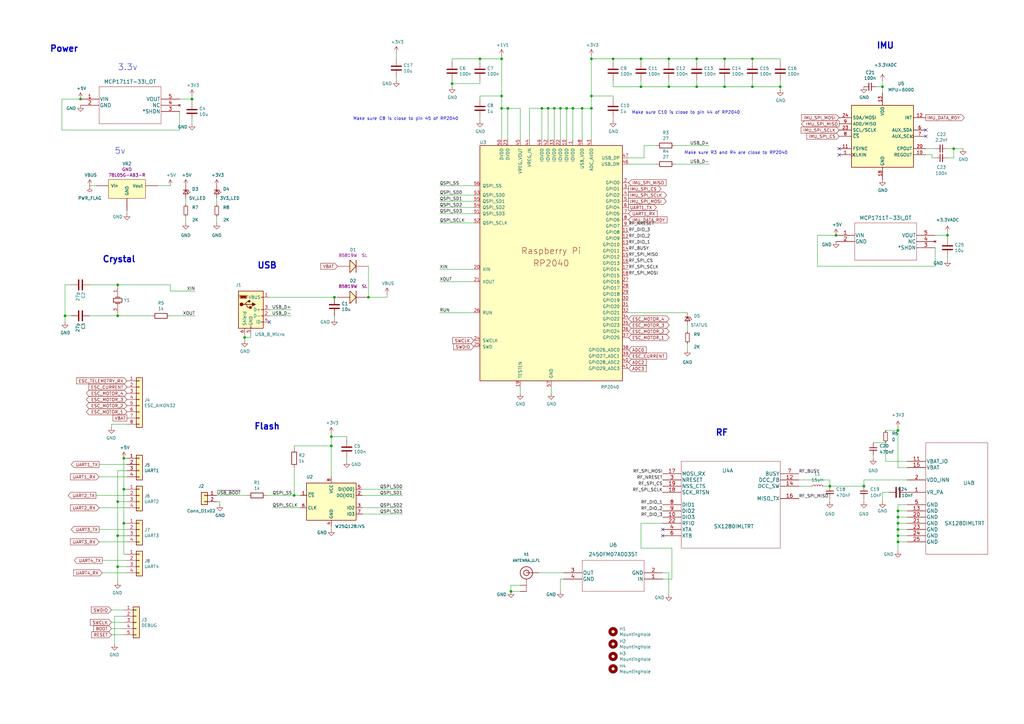
<source format=kicad_sch>
(kicad_sch (version 20211123) (generator eeschema)
  (paper "A3")
  (title_block (title "RP2040 Minimal Design Example") (date "2020-12-18") (rev "REV1") (company "Raspberry Pi (Trading) Ltd"))
  (junction (at 242.57 44.45))
  (junction (at 33.02 40.64))
  (junction (at 262.89 24.13))
  (junction (at 361.95 35.56))
  (junction (at 48.26 129.54))
  (junction (at 297.18 35.56))
  (junction (at 342.9 96.52))
  (junction (at 368.3 212.09))
  (junction (at 48.26 232.41))
  (junction (at 222.25 44.45))
  (junction (at 48.26 116.84))
  (junction (at 227.33 44.45))
  (junction (at 48.26 219.71))
  (junction (at 368.3 176.53))
  (junction (at 242.57 39.37))
  (junction (at 285.75 24.13))
  (junction (at 242.57 24.13))
  (junction (at 205.74 24.13))
  (junction (at 368.3 217.17))
  (junction (at 368.3 219.71))
  (junction (at 232.41 44.45))
  (junction (at 388.62 96.52))
  (junction (at 229.87 44.45))
  (junction (at 26.67 129.54))
  (junction (at 50.8 187.96))
  (junction (at 50.8 200.66))
  (junction (at 224.79 44.45))
  (junction (at 308.61 35.56))
  (junction (at 48.26 205.74))
  (junction (at 274.32 35.56))
  (junction (at 185.42 34.29))
  (junction (at 340.36 199.39))
  (junction (at 368.3 209.55))
  (junction (at 274.32 24.13))
  (junction (at 297.18 24.13))
  (junction (at 50.8 214.63))
  (junction (at 285.75 35.56))
  (junction (at 234.95 44.45))
  (junction (at 354.33 199.39))
  (junction (at 262.89 35.56))
  (junction (at 135.89 179.07))
  (junction (at 120.65 203.2))
  (junction (at 196.85 24.13))
  (junction (at 368.3 222.25))
  (junction (at 100.33 138.43))
  (junction (at 251.46 24.13))
  (junction (at 391.16 60.96))
  (junction (at 151.13 121.92))
  (junction (at 368.3 214.63))
  (junction (at 308.61 24.13))
  (junction (at 238.76 44.45))
  (junction (at 320.04 35.56))
  (junction (at 205.74 44.45))
  (junction (at 78.74 40.64))
  (junction (at 208.28 44.45))
  (junction (at 135.89 182.88))
  (junction (at 205.74 39.37))
  (junction (at 137.16 121.92))
  (junction (at 209.55 242.57))
  (no_connect (at 110.49 132.08))
  (no_connect (at 379.73 53.34))
  (no_connect (at 344.17 63.5))
  (no_connect (at 271.78 217.17))
  (no_connect (at 271.78 219.71))
  (no_connect (at 344.17 60.96))
  (no_connect (at 379.73 55.88))
  (wire (pts (xy 275.59 237.49) (xy 271.78 237.49)))
  (wire (pts (xy 196.85 48.26) (xy 196.85 49.53)))
  (wire (pts (xy 308.61 35.56) (xy 297.18 35.56)))
  (wire (pts (xy 196.85 24.13) (xy 205.74 24.13)))
  (wire (pts (xy 45.72 173.99) (xy 45.72 175.26)))
  (wire (pts (xy 205.74 24.13) (xy 205.74 39.37)))
  (wire (pts (xy 368.3 217.17) (xy 368.3 219.71)))
  (wire (pts (xy 217.17 44.45) (xy 222.25 44.45)))
  (wire (pts (xy 383.54 109.22) (xy 335.28 109.22)))
  (wire (pts (xy 251.46 33.02) (xy 251.46 35.56)))
  (wire (pts (xy 335.28 96.52) (xy 342.9 96.52)))
  (wire (pts (xy 363.22 181.61) (xy 358.14 181.61)))
  (wire (pts (xy 151.13 121.92) (xy 158.75 121.92)))
  (wire (pts (xy 275.59 224.79) (xy 275.59 237.49)))
  (wire (pts (xy 262.89 25.4) (xy 262.89 24.13)))
  (wire (pts (xy 308.61 35.56) (xy 320.04 35.56)))
  (wire (pts (xy 111.76 208.28) (xy 123.19 208.28)))
  (wire (pts (xy 354.33 204.47) (xy 354.33 205.74)))
  (wire (pts (xy 372.11 214.63) (xy 368.3 214.63)))
  (wire (pts (xy 213.36 240.03) (xy 209.55 240.03)))
  (wire (pts (xy 185.42 34.29) (xy 185.42 35.56)))
  (wire (pts (xy 359.41 35.56) (xy 361.95 35.56)))
  (wire (pts (xy 368.3 175.26) (xy 368.3 176.53)))
  (wire (pts (xy 180.34 87.63) (xy 194.31 87.63)))
  (wire (pts (xy 135.89 177.8) (xy 135.89 179.07)))
  (wire (pts (xy 257.81 64.77) (xy 264.16 64.77)))
  (wire (pts (xy 340.36 196.85) (xy 340.36 199.39)))
  (wire (pts (xy 78.74 39.37) (xy 78.74 40.64)))
  (wire (pts (xy 101.6 203.2) (xy 88.9 203.2)))
  (wire (pts (xy 36.83 129.54) (xy 48.26 129.54)))
  (wire (pts (xy 297.18 33.02) (xy 297.18 35.56)))
  (wire (pts (xy 276.86 59.69) (xy 290.83 59.69)))
  (wire (pts (xy 372.11 212.09) (xy 368.3 212.09)))
  (wire (pts (xy 232.41 57.15) (xy 232.41 44.45)))
  (wire (pts (xy 73.66 53.34) (xy 25.4 53.34)))
  (wire (pts (xy 251.46 48.26) (xy 251.46 49.53)))
  (wire (pts (xy 320.04 25.4) (xy 320.04 24.13)))
  (wire (pts (xy 379.73 63.5) (xy 382.27 63.5)))
  (wire (pts (xy 234.95 44.45) (xy 234.95 57.15)))
  (wire (pts (xy 383.54 101.6) (xy 383.54 109.22)))
  (wire (pts (xy 227.33 44.45) (xy 229.87 44.45)))
  (wire (pts (xy 102.87 138.43) (xy 100.33 138.43)))
  (wire (pts (xy 327.66 199.39) (xy 332.74 199.39)))
  (wire (pts (xy 388.62 60.96) (xy 391.16 60.96)))
  (wire (pts (xy 231.14 237.49) (xy 229.87 237.49)))
  (wire (pts (xy 185.42 34.29) (xy 196.85 34.29)))
  (wire (pts (xy 137.16 129.54) (xy 137.16 130.81)))
  (wire (pts (xy 50.8 260.35) (xy 45.72 260.35)))
  (wire (pts (xy 276.86 67.31) (xy 290.83 67.31)))
  (wire (pts (xy 340.36 199.39) (xy 354.33 199.39)))
  (wire (pts (xy 40.64 217.17) (xy 52.07 217.17)))
  (wire (pts (xy 251.46 25.4) (xy 251.46 24.13)))
  (wire (pts (xy 361.95 38.1) (xy 361.95 35.56)))
  (wire (pts (xy 26.67 129.54) (xy 26.67 132.08)))
  (wire (pts (xy 274.32 25.4) (xy 274.32 24.13)))
  (wire (pts (xy 354.33 196.85) (xy 372.11 196.85)))
  (wire (pts (xy 372.11 209.55) (xy 368.3 209.55)))
  (wire (pts (xy 196.85 40.64) (xy 196.85 39.37)))
  (wire (pts (xy 297.18 35.56) (xy 285.75 35.56)))
  (wire (pts (xy 388.62 64.77) (xy 391.16 64.77)))
  (wire (pts (xy 52.07 227.33) (xy 50.8 227.33)))
  (wire (pts (xy 52.07 193.04) (xy 48.26 193.04)))
  (wire (pts (xy 50.8 250.19) (xy 45.72 250.19)))
  (wire (pts (xy 135.89 215.9) (xy 135.89 217.17)))
  (wire (pts (xy 368.3 176.53) (xy 368.3 191.77)))
  (wire (pts (xy 224.79 44.45) (xy 227.33 44.45)))
  (wire (pts (xy 361.95 35.56) (xy 361.95 33.02)))
  (wire (pts (xy 242.57 22.86) (xy 242.57 24.13)))
  (wire (pts (xy 372.11 219.71) (xy 368.3 219.71)))
  (wire (pts (xy 368.3 207.01) (xy 368.3 209.55)))
  (wire (pts (xy 264.16 59.69) (xy 264.16 64.77)))
  (wire (pts (xy 25.4 40.64) (xy 33.02 40.64)))
  (wire (pts (xy 368.3 209.55) (xy 368.3 212.09)))
  (wire (pts (xy 142.24 179.07) (xy 135.89 179.07)))
  (wire (pts (xy 217.17 57.15) (xy 217.17 44.45)))
  (wire (pts (xy 285.75 35.56) (xy 274.32 35.56)))
  (wire (pts (xy 213.36 57.15) (xy 213.36 44.45)))
  (wire (pts (xy 148.59 203.2) (xy 165.1 203.2)))
  (wire (pts (xy 229.87 57.15) (xy 229.87 44.45)))
  (wire (pts (xy 368.3 219.71) (xy 368.3 222.25)))
  (wire (pts (xy 88.9 88.9) (xy 88.9 91.44)))
  (wire (pts (xy 78.74 49.53) (xy 78.74 50.8)))
  (wire (pts (xy 90.17 205.74) (xy 90.17 207.01)))
  (wire (pts (xy 242.57 44.45) (xy 242.57 57.15)))
  (wire (pts (xy 335.28 109.22) (xy 335.28 96.52)))
  (wire (pts (xy 238.76 57.15) (xy 238.76 44.45)))
  (wire (pts (xy 162.56 31.75) (xy 162.56 33.02)))
  (wire (pts (xy 242.57 39.37) (xy 251.46 39.37)))
  (wire (pts (xy 213.36 158.75) (xy 213.36 161.29)))
  (wire (pts (xy 372.11 222.25) (xy 368.3 222.25)))
  (wire (pts (xy 40.64 190.5) (xy 52.07 190.5)))
  (wire (pts (xy 52.07 200.66) (xy 50.8 200.66)))
  (wire (pts (xy 361.95 201.93) (xy 364.49 201.93)))
  (wire (pts (xy 194.31 128.27) (xy 180.34 128.27)))
  (wire (pts (xy 271.78 234.95) (xy 274.32 234.95)))
  (wire (pts (xy 52.07 214.63) (xy 50.8 214.63)))
  (wire (pts (xy 205.74 22.86) (xy 205.74 24.13)))
  (wire (pts (xy 388.62 96.52) (xy 388.62 97.79)))
  (wire (pts (xy 340.36 204.47) (xy 340.36 205.74)))
  (wire (pts (xy 205.74 39.37) (xy 205.74 44.45)))
  (wire (pts (xy 50.8 200.66) (xy 50.8 187.96)))
  (wire (pts (xy 340.36 199.39) (xy 337.82 199.39)))
  (wire (pts (xy 194.31 115.57) (xy 180.34 115.57)))
  (wire (pts (xy 262.89 214.63) (xy 271.78 214.63)))
  (wire (pts (xy 238.76 44.45) (xy 242.57 44.45)))
  (wire (pts (xy 262.89 224.79) (xy 262.89 214.63)))
  (wire (pts (xy 69.85 116.84) (xy 69.85 119.38)))
  (wire (pts (xy 40.64 222.25) (xy 52.07 222.25)))
  (wire (pts (xy 368.3 212.09) (xy 368.3 214.63)))
  (wire (pts (xy 274.32 33.02) (xy 274.32 35.56)))
  (wire (pts (xy 224.79 57.15) (xy 224.79 44.45)))
  (wire (pts (xy 76.2 81.28) (xy 76.2 83.82)))
  (wire (pts (xy 275.59 224.79) (xy 262.89 224.79)))
  (wire (pts (xy 45.72 255.27) (xy 50.8 255.27)))
  (wire (pts (xy 320.04 33.02) (xy 320.04 35.56)))
  (wire (pts (xy 262.89 33.02) (xy 262.89 35.56)))
  (wire (pts (xy 100.33 138.43) (xy 100.33 139.7)))
  (wire (pts (xy 110.49 121.92) (xy 137.16 121.92)))
  (wire (pts (xy 368.3 222.25) (xy 368.3 226.06)))
  (wire (pts (xy 52.07 232.41) (xy 48.26 232.41)))
  (wire (pts (xy 185.42 25.4) (xy 185.42 24.13)))
  (wire (pts (xy 372.11 207.01) (xy 368.3 207.01)))
  (wire (pts (xy 110.49 127) (xy 119.38 127)))
  (wire (pts (xy 383.54 96.52) (xy 388.62 96.52)))
  (wire (pts (xy 41.91 234.95) (xy 52.07 234.95)))
  (wire (pts (xy 52.07 205.74) (xy 48.26 205.74)))
  (wire (pts (xy 52.07 208.28) (xy 40.64 208.28)))
  (wire (pts (xy 194.31 76.2) (xy 180.34 76.2)))
  (wire (pts (xy 222.25 57.15) (xy 222.25 44.45)))
  (wire (pts (xy 358.14 186.69) (xy 358.14 187.96)))
  (wire (pts (xy 151.13 121.92) (xy 151.13 109.22)))
  (wire (pts (xy 354.33 196.85) (xy 354.33 199.39)))
  (wire (pts (xy 29.21 116.84) (xy 26.67 116.84)))
  (wire (pts (xy 138.43 121.92) (xy 137.16 121.92)))
  (wire (pts (xy 45.72 257.81) (xy 50.8 257.81)))
  (wire (pts (xy 229.87 237.49) (xy 229.87 242.57)))
  (wire (pts (xy 48.26 232.41) (xy 48.26 238.76)))
  (wire (pts (xy 372.11 217.17) (xy 368.3 217.17)))
  (wire (pts (xy 382.27 64.77) (xy 383.54 64.77)))
  (wire (pts (xy 257.81 128.27) (xy 281.94 128.27)))
  (wire (pts (xy 308.61 24.13) (xy 320.04 24.13)))
  (wire (pts (xy 100.33 137.16) (xy 100.33 138.43)))
  (wire (pts (xy 73.66 40.64) (xy 78.74 40.64)))
  (wire (pts (xy 205.74 44.45) (xy 205.74 57.15)))
  (wire (pts (xy 257.81 67.31) (xy 269.24 67.31)))
  (wire (pts (xy 264.16 59.69) (xy 269.24 59.69)))
  (wire (pts (xy 391.16 60.96) (xy 394.97 60.96)))
  (wire (pts (xy 185.42 24.13) (xy 196.85 24.13)))
  (wire (pts (xy 120.65 184.15) (xy 120.65 182.88)))
  (wire (pts (xy 285.75 33.02) (xy 285.75 35.56)))
  (wire (pts (xy 135.89 182.88) (xy 135.89 195.58)))
  (wire (pts (xy 379.73 60.96) (xy 383.54 60.96)))
  (wire (pts (xy 148.59 200.66) (xy 165.1 200.66)))
  (wire (pts (xy 162.56 21.59) (xy 162.56 24.13)))
  (wire (pts (xy 25.4 53.34) (xy 25.4 40.64)))
  (wire (pts (xy 242.57 24.13) (xy 242.57 39.37)))
  (wire (pts (xy 368.3 214.63) (xy 368.3 217.17)))
  (wire (pts (xy 52.07 187.96) (xy 50.8 187.96)))
  (wire (pts (xy 120.65 191.77) (xy 120.65 203.2)))
  (wire (pts (xy 109.22 203.2) (xy 120.65 203.2)))
  (wire (pts (xy 120.65 203.2) (xy 123.19 203.2)))
  (wire (pts (xy 180.34 82.55) (xy 194.31 82.55)))
  (wire (pts (xy 185.42 33.02) (xy 185.42 34.29)))
  (wire (pts (xy 213.36 44.45) (xy 208.28 44.45)))
  (wire (pts (xy 220.98 234.95) (xy 231.14 234.95)))
  (wire (pts (xy 36.83 116.84) (xy 48.26 116.84)))
  (wire (pts (xy 142.24 187.96) (xy 142.24 189.23)))
  (wire (pts (xy 52.07 173.99) (xy 45.72 173.99)))
  (wire (pts (xy 232.41 44.45) (xy 234.95 44.45)))
  (wire (pts (xy 222.25 44.45) (xy 224.79 44.45)))
  (wire (pts (xy 50.8 227.33) (xy 50.8 214.63)))
  (wire (pts (xy 102.87 137.16) (xy 102.87 138.43)))
  (wire (pts (xy 48.26 129.54) (xy 62.23 129.54)))
  (wire (pts (xy 361.95 201.93) (xy 361.95 205.74)))
  (wire (pts (xy 46.99 252.73) (xy 46.99 264.16)))
  (wire (pts (xy 297.18 24.13) (xy 308.61 24.13)))
  (wire (pts (xy 48.26 219.71) (xy 48.26 232.41)))
  (wire (pts (xy 69.85 119.38) (xy 80.01 119.38)))
  (wire (pts (xy 388.62 95.25) (xy 388.62 96.52)))
  (wire (pts (xy 110.49 129.54) (xy 119.38 129.54)))
  (wire (pts (xy 39.37 203.2) (xy 52.07 203.2)))
  (wire (pts (xy 363.22 176.53) (xy 368.3 176.53)))
  (wire (pts (xy 52.07 86.36) (xy 52.07 87.63)))
  (wire (pts (xy 208.28 57.15) (xy 208.28 44.45)))
  (wire (pts (xy 76.2 88.9) (xy 76.2 91.44)))
  (wire (pts (xy 388.62 105.41) (xy 388.62 106.68)))
  (wire (pts (xy 64.77 76.2) (xy 69.85 76.2)))
  (wire (pts (xy 281.94 140.97) (xy 281.94 143.51)))
  (wire (pts (xy 48.26 193.04) (xy 48.26 205.74)))
  (wire (pts (xy 285.75 24.13) (xy 297.18 24.13)))
  (wire (pts (xy 391.16 64.77) (xy 391.16 60.96)))
  (wire (pts (xy 158.75 120.65) (xy 158.75 121.92)))
  (wire (pts (xy 363.22 189.23) (xy 372.11 189.23)))
  (wire (pts (xy 180.34 80.01) (xy 194.31 80.01)))
  (wire (pts (xy 227.33 57.15) (xy 227.33 44.45)))
  (wire (pts (xy 196.85 39.37) (xy 205.74 39.37)))
  (wire (pts (xy 242.57 39.37) (xy 242.57 44.45)))
  (wire (pts (xy 88.9 81.28) (xy 88.9 83.82)))
  (wire (pts (xy 29.21 129.54) (xy 26.67 129.54)))
  (wire (pts (xy 251.46 24.13) (xy 262.89 24.13)))
  (wire (pts (xy 180.34 110.49) (xy 194.31 110.49)))
  (wire (pts (xy 50.8 252.73) (xy 46.99 252.73)))
  (wire (pts (xy 372.11 191.77) (xy 368.3 191.77)))
  (wire (pts (xy 148.59 208.28) (xy 165.1 208.28)))
  (wire (pts (xy 52.07 195.58) (xy 40.64 195.58)))
  (wire (pts (xy 196.85 25.4) (xy 196.85 24.13)))
  (wire (pts (xy 229.87 44.45) (xy 232.41 44.45)))
  (wire (pts (xy 382.27 63.5) (xy 382.27 64.77)))
  (wire (pts (xy 320.04 35.56) (xy 320.04 36.83)))
  (wire (pts (xy 148.59 210.82) (xy 165.1 210.82)))
  (wire (pts (xy 48.26 116.84) (xy 69.85 116.84)))
  (wire (pts (xy 274.32 35.56) (xy 262.89 35.56)))
  (wire (pts (xy 274.32 234.95) (xy 274.32 243.84)))
  (wire (pts (xy 262.89 24.13) (xy 274.32 24.13)))
  (wire (pts (xy 327.66 196.85) (xy 340.36 196.85)))
  (wire (pts (xy 48.26 205.74) (xy 48.26 219.71)))
  (wire (pts (xy 297.18 25.4) (xy 297.18 24.13)))
  (wire (pts (xy 209.55 242.57) (xy 213.36 242.57)))
  (wire (pts (xy 274.32 24.13) (xy 285.75 24.13)))
  (wire (pts (xy 234.95 44.45) (xy 238.76 44.45)))
  (wire (pts (xy 180.34 85.09) (xy 194.31 85.09)))
  (wire (pts (xy 251.46 40.64) (xy 251.46 39.37)))
  (wire (pts (xy 363.22 189.23) (xy 363.22 181.61)))
  (wire (pts (xy 194.31 91.44) (xy 180.34 91.44)))
  (wire (pts (xy 36.83 76.2) (xy 39.37 76.2)))
  (wire (pts (xy 52.07 219.71) (xy 48.26 219.71)))
  (wire (pts (xy 142.24 180.34) (xy 142.24 179.07)))
  (wire (pts (xy 262.89 35.56) (xy 251.46 35.56)))
  (wire (pts (xy 26.67 116.84) (xy 26.67 129.54)))
  (wire (pts (xy 88.9 205.74) (xy 90.17 205.74)))
  (wire (pts (xy 209.55 240.03) (xy 209.55 242.57)))
  (wire (pts (xy 208.28 44.45) (xy 205.74 44.45)))
  (wire (pts (xy 41.91 229.87) (xy 52.07 229.87)))
  (wire (pts (xy 242.57 24.13) (xy 251.46 24.13)))
  (wire (pts (xy 281.94 133.35) (xy 281.94 135.89)))
  (wire (pts (xy 285.75 25.4) (xy 285.75 24.13)))
  (wire (pts (xy 50.8 214.63) (xy 50.8 200.66)))
  (wire (pts (xy 73.66 45.72) (xy 73.66 53.34)))
  (wire (pts (xy 135.89 179.07) (xy 135.89 182.88)))
  (wire (pts (xy 78.74 40.64) (xy 78.74 41.91)))
  (wire (pts (xy 308.61 33.02) (xy 308.61 35.56)))
  (wire (pts (xy 196.85 34.29) (xy 196.85 33.02)))
  (wire (pts (xy 69.85 129.54) (xy 80.01 129.54)))
  (wire (pts (xy 120.65 182.88) (xy 135.89 182.88)))
  (wire (pts (xy 226.06 158.75) (xy 226.06 161.29)))
  (wire (pts (xy 308.61 25.4) (xy 308.61 24.13)))
  (text "Power" (at 20.32 21.59 0) (effects (font (size 2.54 2.54) (thickness 0.508) bold) (justify left bottom)))
  (text "RF" (at 293.37 179.07 0) (effects (font (size 2.54 2.54) (thickness 0.508) bold) (justify left bottom)))
  (text "Crystal" (at 41.91 107.95 0) (effects (font (size 2.54 2.54) (thickness 0.508) bold) (justify left bottom)))
  (text "Flash" (at 104.14 176.53 0) (effects (font (size 2.54 2.54) (thickness 0.508) bold) (justify left bottom)))
  (text "IMU" (at 359.41 20.32 0) (effects (font (size 2.54 2.54) (thickness 0.508) bold) (justify left bottom)))
  (text "Make sure C8 is close to pin 45 of RP2040" (at 144.78 49.53 0) (effects (font (size 1.27 1.27)) (justify left bottom)))
  (text "USB" (at 105.41 110.49 0) (effects (font (size 2.54 2.54) (thickness 0.508) bold) (justify left bottom)))
  (text "Make sure C10 is close to pin 44 of RP2040" (at 259.08 46.99 0) (effects (font (size 1.27 1.27)) (justify left bottom)))
  (text "3.3v" (at 48.26 29.21 0) (effects (font (size 2.54 2.54)) (justify left bottom)))
  (text "Make sure R3 and R4 are close to RP2040" (at 280.67 63.5 0) (effects (font (size 1.27 1.27)) (justify left bottom)))
  (text "5v" (at 46.99 63.5 0) (effects (font (size 2.54 2.54)) (justify left bottom)))
  (label "RF_SPI_CS" (at 257.81 107.95 0))
  (label "QSPI_SD1" (at 180.34 82.55 0))
  (label "QSPI_SCLK" (at 180.34 91.44 0))
  (label "RF_NRESET" (at 257.81 92.71 0))
  (label "QSPI_SD2" (at 165.1 208.28 180))
  (label "RF_DIO_1" (at 271.78 207.01 180))
  (label "QSPI_SD2" (at 180.34 85.09 0))
  (label "QSPI_SS" (at 180.34 76.2 0))
  (label "USB_D+" (at 290.83 59.69 180))
  (label "RF_SPI_MOSI" (at 257.81 113.03 0))
  (label "RF_DIO_1" (at 257.81 100.33 0))
  (label "QSPI_SD1" (at 165.1 203.2 180))
  (label "XOUT" (at 80.01 129.54 180))
  (label "RF_SPI_CS" (at 271.78 199.39 180))
  (label "RF_BUSY" (at 327.66 194.31 0))
  (label "XIN" (at 80.01 119.38 180))
  (label "RF_DIO_3" (at 257.81 95.25 0))
  (label "RF_SPI_MOSI" (at 271.78 194.31 180))
  (label "USB_D+" (at 119.38 127 180))
  (label "RF_NRESET" (at 271.78 196.85 180))
  (label "QSPI_SD0" (at 165.1 200.66 180))
  (label "RF_SPI_MISO" (at 327.66 204.47 0))
  (label "RF_DIO_2" (at 271.78 209.55 180))
  (label "QSPI_SD3" (at 165.1 210.82 180))
  (label "RF_DIO_2" (at 257.81 97.79 0))
  (label "QSPI_SCLK" (at 111.76 208.28 0))
  (label "QSPI_SD0" (at 180.34 80.01 0))
  (label "USB_D-" (at 119.38 129.54 180))
  (label "RF_BUSY" (at 257.81 102.87 0))
  (label "QSPI_SS" (at 111.76 203.2 0))
  (label "USB_D-" (at 290.83 67.31 180))
  (label "~{USB_BOOT}" (at 88.9 203.2 0))
  (label "XIN" (at 180.34 110.49 0))
  (label "QSPI_SD3" (at 180.34 87.63 0))
  (label "XOUT" (at 180.34 115.57 0))
  (label "RF_DIO_3" (at 271.78 212.09 180))
  (label "RF_SPI_SCLK" (at 271.78 201.93 180))
  (label "RF_SPI_SCLK" (at 257.81 110.49 0))
  (label "RUN" (at 180.34 128.27 0))
  (label "RF_SPI_MISO" (at 257.81 105.41 0))
  (global_label "ESC_MOTOR_3" (shape bidirectional) (at 257.81 133.35 0) (property "Intersheet References" "${INTERSHEET_REFS}" (effects hide)))
  (global_label "IMU_SPI_MISO" (shape output) (at 344.17 50.8 180) (property "Intersheet References" "${INTERSHEET_REFS}" (effects hide)))
  (global_label "IMU_SPI_MISO" (shape input) (at 257.81 74.93 0) (property "Intersheet References" "${INTERSHEET_REFS}" (effects hide)))
  (global_label "UART2_RX" (shape input) (at 40.64 208.28 180) (property "Intersheet References" "${INTERSHEET_REFS}" (effects hide)))
  (global_label "IMU_DATA_RDY" (shape output) (at 379.73 48.26 0) (property "Intersheet References" "${INTERSHEET_REFS}" (effects hide)))
  (global_label "ADC3" (shape input) (at 257.81 151.13 0) (property "Intersheet References" "${INTERSHEET_REFS}" (effects hide)))
  (global_label "UART1_TX" (shape output) (at 40.64 190.5 180) (property "Intersheet References" "${INTERSHEET_REFS}" (effects hide)))
  (global_label "IMU_SPI_CS" (shape output) (at 257.81 77.47 0) (property "Intersheet References" "${INTERSHEET_REFS}" (effects hide)))
  (global_label "ADC0" (shape input) (at 257.81 143.51 0) (property "Intersheet References" "${INTERSHEET_REFS}" (effects hide)))
  (global_label "UART1_TX" (shape output) (at 257.81 85.09 0) (property "Intersheet References" "${INTERSHEET_REFS}" (effects hide)))
  (global_label "ESC_MOTOR_2" (shape bidirectional) (at 257.81 135.89 0) (property "Intersheet References" "${INTERSHEET_REFS}" (effects hide)))
  (global_label "ADC2" (shape input) (at 257.81 148.59 0) (property "Intersheet References" "${INTERSHEET_REFS}" (effects hide)))
  (global_label "SWCLK" (shape input) (at 45.72 255.27 180) (property "Intersheet References" "${INTERSHEET_REFS}" (effects hide)))
  (global_label "VBAT" (shape passive) (at 52.07 171.45 180) (property "Intersheet References" "${INTERSHEET_REFS}" (effects hide)))
  (global_label "ESC_MOTOR_4" (shape bidirectional) (at 52.07 161.29 180) (property "Intersheet References" "${INTERSHEET_REFS}" (effects hide)))
  (global_label "ESC_MOTOR_1" (shape bidirectional) (at 257.81 138.43 0) (property "Intersheet References" "${INTERSHEET_REFS}" (effects hide)))
  (global_label "IMU_SPI_MOSI" (shape input) (at 344.17 48.26 180) (property "Intersheet References" "${INTERSHEET_REFS}" (effects hide)))
  (global_label "IMU_SPI_SCLK" (shape input) (at 344.17 53.34 180) (property "Intersheet References" "${INTERSHEET_REFS}" (effects hide)))
  (global_label "ESC_MOTOR_3" (shape bidirectional) (at 52.07 163.83 180) (property "Intersheet References" "${INTERSHEET_REFS}" (effects hide)))
  (global_label "UART1_RX" (shape input) (at 40.64 195.58 180) (property "Intersheet References" "${INTERSHEET_REFS}" (effects hide)))
  (global_label "IMU_DATA_RDY" (shape input) (at 257.81 90.17 0) (property "Intersheet References" "${INTERSHEET_REFS}" (effects hide)))
  (global_label "UART2_TX" (shape output) (at 39.37 203.2 180) (property "Intersheet References" "${INTERSHEET_REFS}" (effects hide)))
  (global_label "BOOT" (shape input) (at 45.72 257.81 180) (property "Intersheet References" "${INTERSHEET_REFS}" (effects hide)))
  (global_label "ESC_MOTOR_4" (shape bidirectional) (at 257.81 130.81 0) (property "Intersheet References" "${INTERSHEET_REFS}" (effects hide)))
  (global_label "SWDIO" (shape input) (at 45.72 250.19 180) (property "Intersheet References" "${INTERSHEET_REFS}" (effects hide)))
  (global_label "RESET" (shape input) (at 45.72 260.35 180) (property "Intersheet References" "${INTERSHEET_REFS}" (effects hide)))
  (global_label "ESC_MOTOR_2" (shape bidirectional) (at 52.07 166.37 180) (property "Intersheet References" "${INTERSHEET_REFS}" (effects hide)))
  (global_label "UART4_TX" (shape output) (at 41.91 229.87 180) (property "Intersheet References" "${INTERSHEET_REFS}" (effects hide)))
  (global_label "UART3_RX" (shape input) (at 40.64 222.25 180) (property "Intersheet References" "${INTERSHEET_REFS}" (effects hide)))
  (global_label "SWCLK" (shape input) (at 194.31 139.7 180) (property "Intersheet References" "${INTERSHEET_REFS}" (effects hide)))
  (global_label "IMU_SPI_CS" (shape input) (at 344.17 55.88 180) (property "Intersheet References" "${INTERSHEET_REFS}" (effects hide)))
  (global_label "UART4_RX" (shape input) (at 41.91 234.95 180) (property "Intersheet References" "${INTERSHEET_REFS}" (effects hide)))
  (global_label "ESC_CURRENT" (shape input) (at 257.81 146.05 0) (property "Intersheet References" "${INTERSHEET_REFS}" (effects hide)))
  (global_label "ESC_MOTOR_1" (shape bidirectional) (at 52.07 168.91 180) (property "Intersheet References" "${INTERSHEET_REFS}" (effects hide)))
  (global_label "ESC_TELEMETRY_RX" (shape input) (at 52.07 156.21 180) (property "Intersheet References" "${INTERSHEET_REFS}" (effects hide)))
  (global_label "VBAT" (shape input) (at 138.43 109.22 180) (property "Intersheet References" "${INTERSHEET_REFS}" (effects hide)))
  (global_label "UART1_RX" (shape input) (at 257.81 87.63 0) (property "Intersheet References" "${INTERSHEET_REFS}" (effects hide)))
  (global_label "ESC_CURRENT" (shape input) (at 52.07 158.75 180) (property "Intersheet References" "${INTERSHEET_REFS}" (effects hide)))
  (global_label "IMU_SPI_SCLK" (shape output) (at 257.81 80.01 0) (property "Intersheet References" "${INTERSHEET_REFS}" (effects hide)))
  (global_label "IMU_SPI_MOSI" (shape output) (at 257.81 82.55 0) (property "Intersheet References" "${INTERSHEET_REFS}" (effects hide)))
  (global_label "SWDIO" (shape input) (at 194.31 142.24 180) (property "Intersheet References" "${INTERSHEET_REFS}" (effects hide)))
  (global_label "UART3_TX" (shape output) (at 40.64 217.17 180) (property "Intersheet References" "${INTERSHEET_REFS}" (effects hide)))
  (symbol (lib_id "pico_flight_20x20-rescue:RP2040-MCU_RaspberryPi_RP2040") (at 226.06 107.95 0) (unit 1)
    (property "Reference" "U3" (at 198.12 58.42 0))
    (property "Value" "RP2040" (at 250.19 158.75 0))
    (property "Footprint" "01-pico-footprints:RP2040-QFN-56" (effects hide))
  )
  (symbol (lib_name "C_3") (lib_id "Device:C") (at 33.02 116.84 270) (unit 1)
    (property "Reference" "C2" (at 34.1884 119.761 0) (effects (justify left)))
    (property "Value" "27p" (at 31.877 119.761 0) (effects (justify left)))
    (property "Footprint" "Capacitor_SMD:C_0402_1005Metric" (effects hide))
  )
  (symbol (lib_name "C_2") (lib_id "Device:C") (at 33.02 129.54 270) (unit 1)
    (property "Reference" "C3" (at 34.1884 132.461 0) (effects (justify left)))
    (property "Value" "27p" (at 31.877 132.461 0) (effects (justify left)))
    (property "Footprint" "Capacitor_SMD:C_0402_1005Metric" (effects hide))
  )
  (symbol (lib_name "GND_4") (lib_id "power:GND") (at 26.67 132.08 0) (unit 1)
    (property "Reference" "#PWR06" (effects hide))
    (property "Value" "GND" (at 26.797 136.4742 0))
  )
  (symbol (lib_id "Memory_Flash:W25Q128JVS") (at 135.89 205.74 0) (unit 1)
    (property "Reference" "U2" (at 127 195.58 0))
    (property "Value" "W25Q128JVS" (at 143.51 215.9 0))
    (property "Footprint" "Package_SO:SOIC-8_5.23x5.23mm_P1.27mm" (effects hide))
    (property "Datasheet" "http://www.winbond.com/resource-files/w25q128jv_dtr%20revc%2003272018%20plus.pdf" (effects hide))
  )
  (symbol (lib_id "power:+3V3") (at 135.89 177.8 0) (unit 1)
    (property "Reference" "#PWR07" (effects hide))
    (property "Value" "+3V3" (at 136.271 173.4058 0))
  )
  (symbol (lib_name "GND_31") (lib_id "power:GND") (at 135.89 217.17 0) (unit 1)
    (property "Reference" "#PWR08" (effects hide))
    (property "Value" "GND" (at 132.08 218.44 0))
  )
  (symbol (lib_id "Device:R") (at 120.65 187.96 0) (unit 1)
    (property "Reference" "R2" (at 122.428 186.7916 0) (effects (justify left)))
    (property "Value" "1k" (at 122.428 189.103 0) (effects (justify left)))
    (property "Footprint" "Resistor_SMD:R_0402_1005Metric" (effects hide))
  )
  (symbol (lib_name "R_4") (lib_id "Device:R") (at 105.41 203.2 270) (unit 1)
    (property "Reference" "R1" (at 105.41 197.9422 90))
    (property "Value" "1k" (at 105.41 200.2536 90))
    (property "Footprint" "Resistor_SMD:R_0402_1005Metric" (effects hide))
  )
  (symbol (lib_id "Device:C") (at 142.24 184.15 0) (unit 1)
    (property "Reference" "C5" (at 145.161 182.9816 0) (effects (justify left)))
    (property "Value" "100n" (at 145.161 185.293 0) (effects (justify left)))
    (property "Footprint" "Capacitor_SMD:C_0402_1005Metric" (effects hide))
  )
  (symbol (lib_name "GND_32") (lib_id "power:GND") (at 142.24 189.23 0) (unit 1)
    (property "Reference" "#PWR011" (effects hide))
    (property "Value" "GND" (at 146.05 190.5 0))
  )
  (symbol (lib_id "pico_flight_20x20-rescue:USB_B_Micro-Connector-RP2040_minimal-rescue") (at 102.87 127 0) (unit 1)
    (property "Reference" "J1" (at 99.06 116.84 0) (effects (justify right)))
    (property "Value" "USB_B_Micro" (at 116.84 137.16 0) (effects (justify right)))
    (property "Footprint" "pico-flight:USB_Micro-B_Amphenol_10103594-0001LF_Horizontal_modified" (effects hide))
  )
  (symbol (lib_name "GND_15") (lib_id "power:GND") (at 226.06 161.29 0) (unit 1)
    (property "Reference" "#PWR016" (effects hide))
    (property "Value" "GND" (at 226.187 165.6842 0))
  )
  (symbol (lib_name "GND_16") (lib_id "power:GND") (at 213.36 161.29 0) (unit 1)
    (property "Reference" "#PWR015" (effects hide))
    (property "Value" "GND" (at 213.487 165.6842 0))
  )
  (symbol (lib_name "R_2") (lib_id "Device:R") (at 273.05 59.69 270) (unit 1)
    (property "Reference" "R3" (at 273.05 54.4322 90))
    (property "Value" "27" (at 273.05 56.7436 90))
    (property "Footprint" "Resistor_SMD:R_0402_1005Metric" (effects hide))
  )
  (symbol (lib_name "R_3") (lib_id "Device:R") (at 273.05 67.31 270) (unit 1)
    (property "Reference" "R4" (at 273.05 62.0522 90))
    (property "Value" "27" (at 273.05 64.3636 90))
    (property "Footprint" "Resistor_SMD:R_0402_1005Metric" (effects hide))
  )
  (symbol (lib_name "GND_30") (lib_id "power:GND") (at 100.33 139.7 0) (unit 1)
    (property "Reference" "#PWR01" (effects hide))
    (property "Value" "GND" (at 100.457 144.0942 0))
  )
  (symbol (lib_name "+3V3_5") (lib_id "power:+3V3") (at 242.57 22.86 0) (unit 1)
    (property "Reference" "#PWR017" (effects hide))
    (property "Value" "+3V3" (at 242.951 18.4658 0))
  )
  (symbol (lib_id "power:+1V1") (at 205.74 22.86 0) (unit 1)
    (property "Reference" "#PWR014" (effects hide))
    (property "Value" "+1V1" (at 206.121 18.4658 0))
  )
  (symbol (lib_name "C_14") (lib_id "Device:C") (at 251.46 29.21 0) (unit 1)
    (property "Reference" "C9" (at 254.381 28.0416 0) (effects (justify left)))
    (property "Value" "100n" (at 254.381 30.353 0) (effects (justify left)))
    (property "Footprint" "Capacitor_SMD:C_0603_1608Metric" (effects hide))
  )
  (symbol (lib_name "C_13") (lib_id "Device:C") (at 262.89 29.21 0) (unit 1)
    (property "Reference" "C11" (at 265.811 28.0416 0) (effects (justify left)))
    (property "Value" "100n" (at 265.811 30.353 0) (effects (justify left)))
    (property "Footprint" "Capacitor_SMD:C_0603_1608Metric" (effects hide))
  )
  (symbol (lib_name "C_12") (lib_id "Device:C") (at 274.32 29.21 0) (unit 1)
    (property "Reference" "C12" (at 277.241 28.0416 0) (effects (justify left)))
    (property "Value" "100n" (at 277.241 30.353 0) (effects (justify left)))
    (property "Footprint" "Capacitor_SMD:C_0603_1608Metric" (effects hide))
  )
  (symbol (lib_name "C_18") (lib_id "Device:C") (at 285.75 29.21 0) (unit 1)
    (property "Reference" "C13" (at 288.671 28.0416 0) (effects (justify left)))
    (property "Value" "100n" (at 288.671 30.353 0) (effects (justify left)))
    (property "Footprint" "Capacitor_SMD:C_0603_1608Metric" (effects hide))
  )
  (symbol (lib_name "C_16") (lib_id "Device:C") (at 297.18 29.21 0) (unit 1)
    (property "Reference" "C14" (at 300.101 28.0416 0) (effects (justify left)))
    (property "Value" "100n" (at 300.101 30.353 0) (effects (justify left)))
    (property "Footprint" "Capacitor_SMD:C_0603_1608Metric" (effects hide))
  )
  (symbol (lib_name "C_17") (lib_id "Device:C") (at 308.61 29.21 0) (unit 1)
    (property "Reference" "C15" (at 311.531 28.0416 0) (effects (justify left)))
    (property "Value" "100n" (at 311.531 30.353 0) (effects (justify left)))
    (property "Footprint" "Capacitor_SMD:C_0603_1608Metric" (effects hide))
  )
  (symbol (lib_name "C_1") (lib_id "Device:C") (at 320.04 29.21 0) (unit 1)
    (property "Reference" "C16" (at 322.961 28.0416 0) (effects (justify left)))
    (property "Value" "100n" (at 322.961 30.353 0) (effects (justify left)))
    (property "Footprint" "Capacitor_SMD:C_0603_1608Metric" (effects hide))
  )
  (symbol (lib_name "C_5") (lib_id "Device:C") (at 185.42 29.21 0) (unit 1)
    (property "Reference" "C6" (at 188.341 28.0416 0) (effects (justify left)))
    (property "Value" "100n" (at 188.341 30.353 0) (effects (justify left)))
    (property "Footprint" "Capacitor_SMD:C_0603_1608Metric" (effects hide))
  )
  (symbol (lib_name "C_10") (lib_id "Device:C") (at 196.85 29.21 0) (unit 1)
    (property "Reference" "C7" (at 199.771 28.0416 0) (effects (justify left)))
    (property "Value" "100n" (at 199.771 30.353 0) (effects (justify left)))
    (property "Footprint" "Capacitor_SMD:C_0603_1608Metric" (effects hide))
  )
  (symbol (lib_name "C_11") (lib_id "Device:C") (at 196.85 44.45 0) (unit 1)
    (property "Reference" "C8" (at 199.771 43.2816 0) (effects (justify left)))
    (property "Value" "1u" (at 199.771 45.593 0) (effects (justify left)))
    (property "Footprint" "Capacitor_SMD:C_0603_1608Metric" (effects hide))
  )
  (symbol (lib_name "C_15") (lib_id "Device:C") (at 251.46 44.45 0) (unit 1)
    (property "Reference" "C10" (at 254.381 43.2816 0) (effects (justify left)))
    (property "Value" "1u" (at 254.381 45.593 0) (effects (justify left)))
    (property "Footprint" "Capacitor_SMD:C_0603_1608Metric" (effects hide))
  )
  (symbol (lib_name "MountingHole_3") (lib_id "Mechanical:MountingHole") (at 251.46 259.08 0) (unit 1)
    (property "Reference" "H1" (at 254 257.9116 0) (effects (justify left)))
    (property "Value" "MountingHole" (at 254 260.223 0) (effects (justify left)))
    (property "Footprint" "MountingHole:MountingHole_4mm" (effects hide))
  )
  (symbol (lib_id "Mechanical:MountingHole") (at 251.46 264.16 0) (unit 1)
    (property "Reference" "H2" (at 254 262.9916 0) (effects (justify left)))
    (property "Value" "MountingHole" (at 254 265.303 0) (effects (justify left)))
    (property "Footprint" "MountingHole:MountingHole_4mm" (effects hide))
  )
  (symbol (lib_name "MountingHole_1") (lib_id "Mechanical:MountingHole") (at 251.46 269.24 0) (unit 1)
    (property "Reference" "H3" (at 254 268.0716 0) (effects (justify left)))
    (property "Value" "MountingHole" (at 254 270.383 0) (effects (justify left)))
    (property "Footprint" "MountingHole:MountingHole_4mm" (effects hide))
  )
  (symbol (lib_name "MountingHole_2") (lib_id "Mechanical:MountingHole") (at 251.46 274.32 0) (unit 1)
    (property "Reference" "H4" (at 254 273.1516 0) (effects (justify left)))
    (property "Value" "MountingHole" (at 254 275.463 0) (effects (justify left)))
    (property "Footprint" "MountingHole:MountingHole_4mm" (effects hide))
  )
  (symbol (lib_name "GND_26") (lib_id "power:GND") (at 320.04 36.83 0) (unit 1)
    (property "Reference" "#PWR023" (effects hide))
    (property "Value" "GND" (at 320.167 41.2242 0))
  )
  (symbol (lib_name "GND_8") (lib_id "power:GND") (at 185.42 35.56 0) (unit 1)
    (property "Reference" "#PWR012" (effects hide))
    (property "Value" "GND" (at 185.547 39.9542 0))
  )
  (symbol (lib_name "GND_25") (lib_id "power:GND") (at 196.85 49.53 0) (unit 1)
    (property "Reference" "#PWR013" (effects hide))
    (property "Value" "GND" (at 196.977 53.9242 0))
  )
  (symbol (lib_name "GND_13") (lib_id "power:GND") (at 251.46 49.53 0) (unit 1)
    (property "Reference" "#PWR018" (effects hide))
    (property "Value" "GND" (at 251.587 53.9242 0))
  )
  (symbol (lib_id "power:VBUS") (at 158.75 120.65 0) (unit 1)
    (property "Reference" "#PWR03" (effects hide))
    (property "Value" "VBUS" (at 159.131 116.2558 0))
  )
  (symbol (lib_name "GND_6") (lib_id "power:GND") (at 33.02 43.18 0) (unit 1)
    (property "Reference" "#PWR05" (effects hide))
    (property "Value" "GND" (at 29.21 44.45 0))
  )
  (symbol (lib_name "+3V3_2") (lib_id "power:+3V3") (at 78.74 39.37 0) (unit 1)
    (property "Reference" "#PWR09" (effects hide))
    (property "Value" "+3V3" (at 79.121 34.9758 0))
  )
  (symbol (lib_name "C_7") (lib_id "Device:C") (at 137.16 125.73 0) (unit 1)
    (property "Reference" "C1" (at 140.081 124.5616 0) (effects (justify left)))
    (property "Value" "10u" (at 140.081 126.873 0) (effects (justify left)))
    (property "Footprint" "Capacitor_SMD:C_0603_1608Metric" (effects hide))
  )
  (symbol (lib_name "C_4") (lib_id "Device:C") (at 78.74 45.72 0) (unit 1)
    (property "Reference" "C4" (at 81.661 44.5516 0) (effects (justify left)))
    (property "Value" "10u" (at 81.661 46.863 0) (effects (justify left)))
    (property "Footprint" "Capacitor_SMD:C_0603_1608Metric" (effects hide))
  )
  (symbol (lib_name "GND_10") (lib_id "power:GND") (at 137.16 130.81 0) (unit 1)
    (property "Reference" "#PWR04" (effects hide))
    (property "Value" "GND" (at 133.35 132.08 0))
  )
  (symbol (lib_name "GND_5") (lib_id "power:GND") (at 78.74 50.8 0) (unit 1)
    (property "Reference" "#PWR010" (effects hide))
    (property "Value" "GND" (at 74.93 52.07 0))
  )
  (symbol (lib_name "R_1") (lib_id "Device:R") (at 66.04 129.54 270) (unit 1)
    (property "Reference" "R5" (at 66.04 124.2822 90))
    (property "Value" "1k" (at 66.04 126.5936 90))
    (property "Footprint" "Resistor_SMD:R_0402_1005Metric" (effects hide))
  )
  (symbol (lib_name "+3V3_3") (lib_id "power:+3V3") (at 162.56 21.59 0) (unit 1)
    (property "Reference" "#PWR024" (effects hide))
    (property "Value" "+3V3" (at 162.941 17.1958 0))
  )
  (symbol (lib_name "C_6") (lib_id "Device:C") (at 162.56 27.94 0) (unit 1)
    (property "Reference" "C17" (at 165.481 26.7716 0) (effects (justify left)))
    (property "Value" "10u" (at 165.481 29.083 0) (effects (justify left)))
    (property "Footprint" "Capacitor_SMD:C_0603_1608Metric" (effects hide))
  )
  (symbol (lib_name "GND_9") (lib_id "power:GND") (at 162.56 33.02 0) (unit 1)
    (property "Reference" "#PWR025" (effects hide))
    (property "Value" "GND" (at 158.75 34.29 0))
  )
  (symbol (lib_id "Connector_Generic:Conn_01x02") (at 83.82 203.2 0) (mirror y) (unit 1)
    (property "Reference" "J2" (at 82.55 199.39 0))
    (property "Value" "Conn_01x02" (at 82.55 209.55 0))
    (property "Footprint" "01-pico-footprints:PAD_X2_SMD_01x02" (effects hide))
  )
  (symbol (lib_name "GND_29") (lib_id "power:GND") (at 90.17 207.01 0) (unit 1)
    (property "Reference" "#PWR02" (effects hide))
    (property "Value" "GND" (at 90.297 211.4042 0))
  )
  (symbol (lib_id "lc_CrystalOscillator:SMD-3225_4P__12MHZ_20PF_10PPM") (at 48.26 124.46 90) (mirror x) (unit 1)
    (property "Reference" "Y1" (at 50.8 123.19 90) (effects (justify right)))
    (property "Value" "SMD-3225_4P__12MHZ_20PF_10PPM" (effects hide))
    (property "Footprint" "lc_lib:SMD-3225_4P" (effects hide))
    (property "Datasheet" "http://www.szlcsc.com/product/details_9522.html" (effects hide))
    (property "description" "贴片晶振" (effects hide))
    (property "ComponentLink1Description" "供应商链接" (effects hide))
    (property "Package" "SMD-3225_4P" (effects hide))
    (property "Supplier" "LC" (effects hide))
    (property "SuppliersPartNumber" "C9002" (effects hide))
    (property "Comment" "12MHZ 20PF 10PPM" (effects hide))
  )
  (symbol (lib_name "Conn_01x04_3") (lib_id "Connector_Generic:Conn_01x04") (at 57.15 190.5 0) (unit 1)
    (property "Reference" "J5" (at 59.182 190.7032 0) (effects (justify left)))
    (property "Value" "UART1" (at 59.182 193.0146 0) (effects (justify left)))
    (property "Footprint" "01-pico-footprints:PAD_X4_SMD_03x02" (effects hide))
  )
  (symbol (lib_id "Connector_Generic:Conn_01x04") (at 57.15 203.2 0) (unit 1)
    (property "Reference" "J6" (at 59.182 203.4032 0) (effects (justify left)))
    (property "Value" "UART2" (at 59.182 205.7146 0) (effects (justify left)))
    (property "Footprint" "01-pico-footprints:PAD_X4_SMD_03x02" (effects hide))
  )
  (symbol (lib_name "Conn_01x04_2") (lib_id "Connector_Generic:Conn_01x04") (at 57.15 217.17 0) (unit 1)
    (property "Reference" "J7" (at 59.182 217.3732 0) (effects (justify left)))
    (property "Value" "UART3" (at 59.182 219.6846 0) (effects (justify left)))
    (property "Footprint" "01-pico-footprints:PAD_X4_SMD_03x02" (effects hide))
  )
  (symbol (lib_name "Conn_01x04_1") (lib_id "Connector_Generic:Conn_01x04") (at 57.15 229.87 0) (unit 1)
    (property "Reference" "J8" (at 59.182 230.0732 0) (effects (justify left)))
    (property "Value" "UART4" (at 59.182 232.3846 0) (effects (justify left)))
    (property "Footprint" "01-pico-footprints:PAD_X4_SMD_03x02" (effects hide))
  )
  (symbol (lib_id "Connector_Generic:Conn_01x08") (at 57.15 163.83 0) (unit 1)
    (property "Reference" "J4" (at 59.182 164.0332 0) (effects (justify left)))
    (property "Value" "ESC_AIKON32" (at 59.182 166.3446 0) (effects (justify left)))
    (property "Footprint" "Connector_JST:JST_SHL_SM08B-SHLS-TF_1x08-1MP_P1.00mm_Horizontal" (effects hide))
  )
  (symbol (lib_name "GND_33") (lib_id "power:GND") (at 45.72 175.26 0) (mirror y) (unit 1)
    (property "Reference" "#PWR019" (effects hide))
    (property "Value" "GND" (at 45.593 179.6542 0))
  )
  (symbol (lib_id "power:+5V") (at 50.8 187.96 0) (unit 1)
    (property "Reference" "#PWR022" (effects hide))
    (property "Value" "+5V" (at 51.181 183.5658 0))
  )
  (symbol (lib_id "power:GND") (at 48.26 238.76 0) (mirror y) (unit 1)
    (property "Reference" "#PWR021" (effects hide))
    (property "Value" "GND" (at 48.133 243.1542 0))
  )
  (symbol (lib_name "GND_34") (lib_id "power:GND") (at 46.99 264.16 0) (mirror y) (unit 1)
    (property "Reference" "#PWR020" (effects hide))
    (property "Value" "GND" (at 46.863 268.5542 0))
  )
  (symbol (lib_id "Connector_Generic:Conn_01x05") (at 55.88 255.27 0) (unit 1)
    (property "Reference" "J3" (at 57.912 254.2032 0) (effects (justify left)))
    (property "Value" "DEBUG" (at 57.912 256.5146 0) (effects (justify left)))
    (property "Footprint" "pico-flight:PAD_X5_SMD_03x02" (effects hide))
  )
  (symbol (lib_id "lc_LDO:SOT-89_78L05G-AB3-R") (at 46.99 86.36 0) (unit 1)
    (property "Reference" "VR2" (at 52.07 67.183 0))
    (property "Value" "SOT-89_78L05G-AB3-R" (effects hide))
    (property "Footprint" "lc_lib:SOT-89(SOT-89-3)" (effects hide))
    (property "Datasheet" "http://www.szlcsc.com/product/details_72235.html" (effects hide))
    (property "description" "低压差线性稳压(LDO)" (effects hide))
    (property "ComponentLink1Description" "供应商链接" (effects hide))
    (property "Package" "SOT-89" (effects hide))
    (property "Supplier" "LC" (effects hide))
    (property "SuppliersPartNumber" "C71136" (effects hide))
    (property "user" "GND" (at 52.07 69.4944 0))
    (property "Comment" "78L05G-AB3-R" (at 52.07 71.8058 0))
  )
  (symbol (lib_id "lc_Diode:SOD-123_B5819W__SL") (at 130.81 106.68 0) (unit 1)
    (property "Reference" "D1" (at 144.78 102.4382 0))
    (property "Value" "SOD-123_B5819W__SL" (effects hide))
    (property "Footprint" "lc_lib:SOD-123" (effects hide))
    (property "Datasheet" "http://www.szlcsc.com/product/details_9093.html" (effects hide))
    (property "description" "肖特基二极管" (effects hide))
    (property "ComponentLink1Description" "供应商链接" (effects hide))
    (property "Package" "SOD-123" (effects hide))
    (property "Supplier" "LC" (effects hide))
    (property "SuppliersPartNumber" "C8598" (effects hide))
    (property "Comment" "B5819W  SL" (at 144.78 104.7496 0))
  )
  (symbol (lib_id "lc_Diode:SOD-123_B5819W__SL") (at 130.81 119.38 0) (unit 1)
    (property "Reference" "D2" (at 144.78 115.1382 0))
    (property "Value" "SOD-123_B5819W__SL" (effects hide))
    (property "Footprint" "lc_lib:SOD-123" (effects hide))
    (property "Datasheet" "http://www.szlcsc.com/product/details_9093.html" (effects hide))
    (property "description" "肖特基二极管" (effects hide))
    (property "ComponentLink1Description" "供应商链接" (effects hide))
    (property "Package" "SOD-123" (effects hide))
    (property "Supplier" "LC" (effects hide))
    (property "SuppliersPartNumber" "C8598" (effects hide))
    (property "Comment" "B5819W  SL" (at 144.78 117.4496 0))
  )
  (symbol (lib_name "+5V_1") (lib_id "power:+5V") (at 69.85 76.2 0) (unit 1)
    (property "Reference" "#PWR029" (effects hide))
    (property "Value" "+5V" (at 70.231 71.8058 0))
  )
  (symbol (lib_name "GND_7") (lib_id "power:GND") (at 52.07 87.63 0) (unit 1)
    (property "Reference" "#PWR028" (effects hide))
    (property "Value" "GND" (at 48.26 88.9 0))
  )
  (symbol (lib_name "+5V_3") (lib_id "power:+5V") (at 33.02 40.64 0) (unit 1)
    (property "Reference" "#PWR027" (effects hide))
    (property "Value" "+5V" (at 33.401 36.2458 0))
  )
  (symbol (lib_name "VBUS_1") (lib_id "power:VBUS") (at 36.83 76.2 0) (unit 1)
    (property "Reference" "#PWR026" (effects hide))
    (property "Value" "VBUS" (at 37.211 71.8058 0))
  )
  (symbol (lib_id "pico_flight_20x20-rescue:MCP1711T-33I_OT-2021-07-16_06-26-35") (at 33.02 40.64 0) (unit 1)
    (property "Reference" "U1" (effects hide))
    (property "Value" "MCP1711T-33I_OT" (at 53.34 33.5026 0) (effects (font (size 1.524 1.524))))
    (property "Footprint" "Package_TO_SOT_SMD:SOT-23-5" (effects hide))
    (property "Datasheet" "https://ww1.microchip.com/downloads/en/DeviceDoc/20005415D.pdf" (effects hide))
    (property "digi-key" "https://www.digikey.com/en/products/detail/microchip-technology/MCP1711T-33I-OT/5358305" (effects hide))
  )
  (symbol (lib_id "Sensor_Motion:MPU-6000") (at 361.95 55.88 0) (unit 1)
    (property "Reference" "U5" (at 369.57 34.29 0))
    (property "Value" "MPU-6000" (at 369.57 36.83 0))
    (property "Footprint" "Sensor_Motion:InvenSense_QFN-24_4x4mm_P0.5mm" (effects hide))
    (property "Datasheet" "https://store.invensense.com/datasheets/invensense/MPU-6050_DataSheet_V3%204.pdf" (effects hide))
  )
  (symbol (lib_name "GND_22") (lib_id "power:GND") (at 361.95 73.66 0) (unit 1)
    (property "Reference" "#PWR032" (effects hide))
    (property "Value" "GND" (at 362.077 78.0542 0))
  )
  (symbol (lib_name "GND_28") (lib_id "power:GND") (at 394.97 60.96 0) (unit 1)
    (property "Reference" "#PWR033" (effects hide))
    (property "Value" "GND" (at 395.097 65.3542 0))
  )
  (symbol (lib_name "C_Small_4") (lib_id "Device:C_Small") (at 386.08 60.96 270) (unit 1)
    (property "Reference" "C22" (at 386.08 55.1434 90))
    (property "Value" "2.2nf" (at 386.08 57.4548 90))
    (property "Footprint" "Capacitor_SMD:C_0402_1005Metric" (effects hide))
  )
  (symbol (lib_id "Device:C_Small") (at 356.87 35.56 270) (unit 1)
    (property "Reference" "C21" (at 356.87 29.7434 90))
    (property "Value" "100n" (at 356.87 32.0548 90))
    (property "Footprint" "Capacitor_SMD:C_0402_1005Metric" (effects hide))
  )
  (symbol (lib_name "GND_27") (lib_id "power:GND") (at 354.33 35.56 0) (unit 1)
    (property "Reference" "#PWR030" (effects hide))
    (property "Value" "GND" (at 354.457 39.9542 0))
  )
  (symbol (lib_name "C_Small_5") (lib_id "Device:C_Small") (at 386.08 64.77 90) (unit 1)
    (property "Reference" "C23" (at 386.08 68.58 90))
    (property "Value" "100n" (at 386.08 71.12 90))
    (property "Footprint" "Capacitor_SMD:C_0402_1005Metric" (effects hide))
  )
  (symbol (lib_name "+5V_4") (lib_id "power:+5V") (at 342.9 96.52 0) (unit 1)
    (property "Reference" "#PWR031" (effects hide))
    (property "Value" "+5V" (at 343.281 92.1258 0))
  )
  (symbol (lib_id "Device:L_Small") (at 335.28 199.39 90) (unit 1)
    (property "Reference" "L1" (at 335.28 194.31 90))
    (property "Value" "15uH" (at 335.28 196.85 90))
    (property "Footprint" "Inductor_SMD:L_0603_1608Metric" (effects hide))
  )
  (symbol (lib_name "GND_17") (lib_id "power:GND") (at 209.55 242.57 0) (unit 1)
    (property "Reference" "#PWR0102" (effects hide))
    (property "Value" "GND" (at 205.74 243.84 0))
  )
  (symbol (lib_name "GND_2") (lib_id "power:GND") (at 358.14 187.96 0) (unit 1)
    (property "Reference" "#PWR036" (effects hide))
    (property "Value" "GND" (at 358.14 193.04 0))
  )
  (symbol (lib_name "+3V3_4") (lib_id "power:+3V3") (at 88.9 76.2 0) (unit 1)
    (property "Reference" "#PWR045" (effects hide))
    (property "Value" "+3V3" (at 89.281 71.8058 0))
  )
  (symbol (lib_id "Device:R_Small") (at 281.94 138.43 0) (unit 1)
    (property "Reference" "R9" (at 284.48 137.1599 0) (effects (justify left)))
    (property "Value" "2K" (at 284.48 142.24 0) (effects (justify left)))
    (property "Footprint" "Resistor_SMD:R_0402_1005Metric" (effects hide))
  )
  (symbol (lib_id "SX1280IMLTRT:SX1280IMLTRT") (at 372.11 189.23 0) (unit 2)
    (property "Reference" "U4" (at 394.97 198.12 0) (effects (font (size 1.524 1.524)) (justify left)))
    (property "Value" "SX1280IMLTRT" (at 387.35 214.63 0) (effects (font (size 1.524 1.524)) (justify left)))
    (property "Footprint" "01-pico-footprints:SX1280IMLTRT" (effects hide))
  )
  (symbol (lib_name "GND_24") (lib_id "power:GND") (at 342.9 99.06 0) (unit 1)
    (property "Reference" "#PWR039" (effects hide))
    (property "Value" "GND" (at 339.09 100.33 0))
  )
  (symbol (lib_name "GND_18") (lib_id "power:GND") (at 274.32 243.84 0) (unit 1)
    (property "Reference" "#PWR0103" (effects hide))
    (property "Value" "GND" (at 270.51 245.11 0))
  )
  (symbol (lib_name "GND_14") (lib_id "power:GND") (at 229.87 242.57 0) (unit 1)
    (property "Reference" "#PWR0101" (effects hide))
    (property "Value" "GND" (at 226.06 243.84 0))
  )
  (symbol (lib_name "GND_20") (lib_id "power:GND") (at 368.3 226.06 0) (unit 1)
    (property "Reference" "#PWR0104" (effects hide))
    (property "Value" "GND" (at 364.49 227.33 0))
  )
  (symbol (lib_id "Device:R_Small") (at 76.2 86.36 0) (unit 1)
    (property "Reference" "R7" (at 78.74 85.0899 0) (effects (justify left)))
    (property "Value" "2K" (at 78.74 90.17 0) (effects (justify left)))
    (property "Footprint" "Resistor_SMD:R_0402_1005Metric" (effects hide))
  )
  (symbol (lib_name "C_8") (lib_id "Device:C") (at 368.3 201.93 90) (unit 1)
    (property "Reference" "C24" (at 372.11 200.66 90) (effects (justify left)))
    (property "Value" "10nF" (at 374.65 203.2 90) (effects (justify left)))
    (property "Footprint" "Capacitor_SMD:C_0603_1608Metric" (effects hide))
  )
  (symbol (lib_name "C_Small_1") (lib_id "Device:C_Small") (at 358.14 184.15 0) (unit 1)
    (property "Reference" "C20" (at 360.68 182.8862 0) (effects (justify left)))
    (property "Value" "470nF" (at 360.68 185.4262 0) (effects (justify left)))
    (property "Footprint" "Resistor_SMD:R_0402_1005Metric" (effects hide))
  )
  (symbol (lib_id "antenna_u.fl:ANTENNA_U.FL") (at 215.9 234.95 0) (unit 1)
    (property "Reference" "X1" (at 215.9 227.33 0) (effects (font (size 1.0668 1.0668))))
    (property "Value" "ANTENNA_U.FL" (at 215.9 229.87 0) (effects (font (size 1.0668 1.0668))))
    (property "Footprint" "01-pico-footprints:U.FL" (effects hide))
  )
  (symbol (lib_name "+3V3_1") (lib_id "power:+3V3") (at 368.3 175.26 0) (unit 1)
    (property "Reference" "#PWR038" (effects hide))
    (property "Value" "+3V3" (at 368.3 170.18 0))
  )
  (symbol (lib_name "C_9") (lib_id "Device:C") (at 388.62 101.6 0) (unit 1)
    (property "Reference" "C25" (at 391.541 100.4316 0) (effects (justify left)))
    (property "Value" "10u" (at 391.541 102.743 0) (effects (justify left)))
    (property "Footprint" "Capacitor_SMD:C_0603_1608Metric" (effects hide))
  )
  (symbol (lib_name "C_Small_2") (lib_id "Device:C_Small") (at 340.36 201.93 0) (unit 1)
    (property "Reference" "C18" (at 342.9 200.6662 0) (effects (justify left)))
    (property "Value" "470nF" (at 342.9 203.2062 0) (effects (justify left)))
    (property "Footprint" "Resistor_SMD:R_0402_1005Metric" (effects hide))
  )
  (symbol (lib_name "GND_12") (lib_id "power:GND") (at 88.9 91.44 0) (unit 1)
    (property "Reference" "#PWR046" (effects hide))
    (property "Value" "GND" (at 88.9 96.52 0))
  )
  (symbol (lib_name "GND_3") (lib_id "power:GND") (at 281.94 143.51 0) (unit 1)
    (property "Reference" "#PWR047" (effects hide))
    (property "Value" "GND" (at 281.94 148.59 0))
  )
  (symbol (lib_name "GND_19") (lib_id "power:GND") (at 340.36 205.74 0) (unit 1)
    (property "Reference" "#PWR034" (effects hide))
    (property "Value" "GND" (at 340.36 210.82 0))
  )
  (symbol (lib_id "power:+3.3VADC") (at 361.95 33.02 0) (unit 1)
    (property "Reference" "#PWR040" (effects hide))
    (property "Value" "+3.3VADC" (at 363.22 26.67 0))
  )
  (symbol (lib_id "__pico-flight-lib:2450FM07A0035T") (at 271.78 237.49 180) (unit 1)
    (property "Reference" "U6" (at 251.46 223.52 0) (effects (font (size 1.524 1.524))))
    (property "Value" "2450FM07A0035T" (at 251.46 227.33 0) (effects (font (size 1.524 1.524))))
    (property "Footprint" "01-pico-footprints:2450FM07A0035T" (effects hide))
  )
  (symbol (lib_id "power:+5V") (at 76.2 76.2 0) (unit 1)
    (property "Reference" "#PWR0105" (effects hide))
    (property "Value" "+5V" (at 76.581 71.8058 0))
  )
  (symbol (lib_id "pico_flight_20x20-rescue:MCP1711T-33I_OT-2021-07-16_06-26-35") (at 342.9 96.52 0) (unit 1)
    (property "Reference" "U7" (effects hide))
    (property "Value" "MCP1711T-33I_OT" (at 363.22 89.3826 0) (effects (font (size 1.524 1.524))))
    (property "Footprint" "Package_TO_SOT_SMD:SOT-23-5" (effects hide))
    (property "Datasheet" "https://ww1.microchip.com/downloads/en/DeviceDoc/20005415D.pdf" (effects hide))
    (property "digi-key" "https://www.digikey.com/en/products/detail/microchip-technology/MCP1711T-33I-OT/5358305" (effects hide))
  )
  (symbol (lib_name "GND_21") (lib_id "power:GND") (at 354.33 205.74 0) (unit 1)
    (property "Reference" "#PWR035" (effects hide))
    (property "Value" "GND" (at 354.33 210.82 0))
  )
  (symbol (lib_name "GND_23") (lib_id "power:GND") (at 388.62 106.68 0) (unit 1)
    (property "Reference" "#PWR042" (effects hide))
    (property "Value" "GND" (at 384.81 107.95 0))
  )
  (symbol (lib_id "Device:LED_Small") (at 76.2 78.74 270) (unit 1)
    (property "Reference" "D3" (at 78.74 77.5334 90) (effects (justify left)))
    (property "Value" "5V_LED" (at 77.47 81.28 90) (effects (justify left)))
    (property "Footprint" "LED_SMD:LED_0603_1608Metric" (effects hide))
  )
  (symbol (lib_id "Device:LED_Small") (at 281.94 130.81 270) (unit 1)
    (property "Reference" "D5" (at 284.48 129.6034 90) (effects (justify left)))
    (property "Value" "STATUS" (at 283.21 133.35 90) (effects (justify left)))
    (property "Footprint" "LED_SMD:LED_0603_1608Metric" (effects hide))
  )
  (symbol (lib_id "Device:R_Small") (at 363.22 179.07 0) (unit 1)
    (property "Reference" "R6" (at 365.76 177.7999 0) (effects (justify left)))
    (property "Value" "0" (at 365.76 180.3399 0) (effects (justify left)))
    (property "Footprint" "Resistor_SMD:R_0402_1005Metric" (effects hide))
  )
  (symbol (lib_name "C_Small_3") (lib_id "Device:C_Small") (at 354.33 201.93 0) (unit 1)
    (property "Reference" "C19" (at 356.87 200.6662 0) (effects (justify left)))
    (property "Value" "10nF" (at 356.87 203.2062 0) (effects (justify left)))
    (property "Footprint" "Resistor_SMD:R_0402_1005Metric" (effects hide))
  )
  (symbol (lib_name "GND_1") (lib_id "power:GND") (at 361.95 205.74 0) (unit 1)
    (property "Reference" "#PWR037" (effects hide))
    (property "Value" "GND" (at 361.95 209.55 0))
  )
  (symbol (lib_id "SX1280IMLTRT:SX1280IMLTRT") (at 271.78 194.31 0) (unit 1)
    (property "Reference" "U4" (at 298.45 193.04 0) (effects (font (size 1.524 1.524))))
    (property "Value" "SX1280IMLTRT" (at 300.99 215.9 0) (effects (font (size 1.524 1.524))))
    (property "Footprint" "01-pico-footprints:SX1280IMLTRT" (effects hide))
  )
  (symbol (lib_id "power:+3.3VADC") (at 388.62 95.25 0) (unit 1)
    (property "Reference" "#PWR041" (effects hide))
    (property "Value" "+3.3VADC" (at 388.62 90.17 0))
  )
  (symbol (lib_name "GND_11") (lib_id "power:GND") (at 76.2 91.44 0) (unit 1)
    (property "Reference" "#PWR044" (effects hide))
    (property "Value" "GND" (at 76.2 96.52 0))
  )
  (symbol (lib_id "power:PWR_FLAG") (at 36.83 76.2 180) (unit 1)
    (property "Reference" "#FLG0101" (effects hide))
    (property "Value" "PWR_FLAG" (at 36.83 81.28 0))
  )
  (symbol (lib_id "Device:LED_Small") (at 88.9 78.74 270) (unit 1)
    (property "Reference" "D4" (at 91.44 77.5334 90) (effects (justify left)))
    (property "Value" "3V3_LED" (at 90.17 81.28 90) (effects (justify left)))
    (property "Footprint" "LED_SMD:LED_0603_1608Metric" (effects hide))
  )
  (symbol (lib_id "Device:R_Small") (at 88.9 86.36 0) (unit 1)
    (property "Reference" "R8" (at 91.44 85.0899 0) (effects (justify left)))
    (property "Value" "2K" (at 91.44 90.17 0) (effects (justify left)))
    (property "Footprint" "Resistor_SMD:R_0402_1005Metric" (effects hide))
  )
)
</source>
